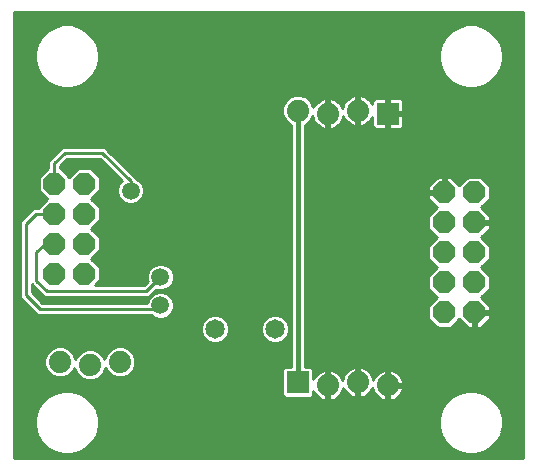
<source format=gbl>
G75*
%MOIN*%
%OFA0B0*%
%FSLAX25Y25*%
%IPPOS*%
%LPD*%
%AMOC8*
5,1,8,0,0,1.08239X$1,22.5*
%
%ADD10C,0.06500*%
%ADD11OC8,0.07400*%
%ADD12R,0.07400X0.07400*%
%ADD13C,0.07400*%
%ADD14C,0.01000*%
%ADD15C,0.05906*%
%ADD16C,0.01600*%
D10*
X0081823Y0146259D03*
X0101823Y0146259D03*
D11*
X0158217Y0151879D03*
X0158217Y0161879D03*
X0158217Y0171879D03*
X0158217Y0181879D03*
X0158217Y0191879D03*
X0168217Y0191879D03*
X0168217Y0181879D03*
X0168217Y0171879D03*
X0168217Y0161879D03*
X0168217Y0151879D03*
X0038296Y0164753D03*
X0028296Y0164753D03*
X0028296Y0174753D03*
X0028296Y0184753D03*
X0028296Y0194753D03*
X0038296Y0194753D03*
X0038296Y0184753D03*
X0038296Y0174753D03*
D12*
X0109461Y0128560D03*
X0139461Y0218103D03*
D13*
X0129461Y0219103D03*
X0119461Y0218103D03*
X0109461Y0219103D03*
X0050146Y0135371D03*
X0040146Y0134371D03*
X0030146Y0135371D03*
X0119461Y0127560D03*
X0129461Y0128560D03*
X0139461Y0127560D03*
D14*
X0014961Y0103207D02*
X0014961Y0251864D01*
X0184525Y0251864D01*
X0184525Y0103207D01*
X0014961Y0103207D01*
X0014961Y0103278D02*
X0184525Y0103278D01*
X0184525Y0104276D02*
X0014961Y0104276D01*
X0014961Y0105275D02*
X0028533Y0105275D01*
X0028416Y0105306D02*
X0031113Y0104583D01*
X0033904Y0104583D01*
X0036601Y0105306D01*
X0039019Y0106702D01*
X0040993Y0108676D01*
X0042388Y0111093D01*
X0043111Y0113790D01*
X0043111Y0116582D01*
X0042388Y0119278D01*
X0040993Y0121696D01*
X0039019Y0123670D01*
X0036601Y0125066D01*
X0033904Y0125788D01*
X0031113Y0125788D01*
X0028416Y0125066D01*
X0025999Y0123670D01*
X0024025Y0121696D01*
X0022629Y0119278D01*
X0021906Y0116582D01*
X0021906Y0113790D01*
X0022629Y0111093D01*
X0024025Y0108676D01*
X0025999Y0106702D01*
X0028416Y0105306D01*
X0026741Y0106273D02*
X0014961Y0106273D01*
X0014961Y0107272D02*
X0025429Y0107272D01*
X0024430Y0108270D02*
X0014961Y0108270D01*
X0014961Y0109269D02*
X0023682Y0109269D01*
X0023106Y0110267D02*
X0014961Y0110267D01*
X0014961Y0111266D02*
X0022583Y0111266D01*
X0022315Y0112264D02*
X0014961Y0112264D01*
X0014961Y0113263D02*
X0022048Y0113263D01*
X0021906Y0114261D02*
X0014961Y0114261D01*
X0014961Y0115260D02*
X0021906Y0115260D01*
X0021906Y0116258D02*
X0014961Y0116258D01*
X0014961Y0117257D02*
X0022087Y0117257D01*
X0022355Y0118255D02*
X0014961Y0118255D01*
X0014961Y0119254D02*
X0022622Y0119254D01*
X0023191Y0120252D02*
X0014961Y0120252D01*
X0014961Y0121251D02*
X0023768Y0121251D01*
X0024578Y0122249D02*
X0014961Y0122249D01*
X0014961Y0123248D02*
X0025577Y0123248D01*
X0026998Y0124247D02*
X0014961Y0124247D01*
X0014961Y0125245D02*
X0029086Y0125245D01*
X0029112Y0130171D02*
X0027201Y0130963D01*
X0025738Y0132425D01*
X0024946Y0134337D01*
X0024946Y0136405D01*
X0025738Y0138316D01*
X0027201Y0139779D01*
X0029112Y0140571D01*
X0031181Y0140571D01*
X0033092Y0139779D01*
X0034555Y0138316D01*
X0035346Y0136405D01*
X0035346Y0136371D01*
X0035738Y0137316D01*
X0037201Y0138779D01*
X0039112Y0139571D01*
X0041181Y0139571D01*
X0043092Y0138779D01*
X0044555Y0137316D01*
X0044946Y0136371D01*
X0044946Y0136405D01*
X0045738Y0138316D01*
X0047201Y0139779D01*
X0049112Y0140571D01*
X0051181Y0140571D01*
X0053092Y0139779D01*
X0054555Y0138316D01*
X0055346Y0136405D01*
X0055346Y0134337D01*
X0054555Y0132425D01*
X0053092Y0130963D01*
X0051181Y0130171D01*
X0049112Y0130171D01*
X0047201Y0130963D01*
X0045738Y0132425D01*
X0045346Y0133371D01*
X0045346Y0133337D01*
X0044555Y0131425D01*
X0043092Y0129963D01*
X0041181Y0129171D01*
X0039112Y0129171D01*
X0037201Y0129963D01*
X0035738Y0131425D01*
X0034946Y0133337D01*
X0034946Y0133371D01*
X0034555Y0132425D01*
X0033092Y0130963D01*
X0031181Y0130171D01*
X0029112Y0130171D01*
X0028951Y0130238D02*
X0014961Y0130238D01*
X0014961Y0131236D02*
X0026927Y0131236D01*
X0025929Y0132235D02*
X0014961Y0132235D01*
X0014961Y0133233D02*
X0025403Y0133233D01*
X0024990Y0134232D02*
X0014961Y0134232D01*
X0014961Y0135230D02*
X0024946Y0135230D01*
X0024946Y0136229D02*
X0014961Y0136229D01*
X0014961Y0137227D02*
X0025287Y0137227D01*
X0025701Y0138226D02*
X0014961Y0138226D01*
X0014961Y0139224D02*
X0026646Y0139224D01*
X0028272Y0140223D02*
X0014961Y0140223D01*
X0014961Y0141221D02*
X0107161Y0141221D01*
X0107161Y0140223D02*
X0052021Y0140223D01*
X0053647Y0139224D02*
X0107161Y0139224D01*
X0107161Y0138226D02*
X0054592Y0138226D01*
X0055006Y0137227D02*
X0107161Y0137227D01*
X0107161Y0136229D02*
X0055346Y0136229D01*
X0055346Y0135230D02*
X0107161Y0135230D01*
X0107161Y0134232D02*
X0055303Y0134232D01*
X0054889Y0133233D02*
X0104613Y0133233D01*
X0104261Y0132881D02*
X0105140Y0133760D01*
X0107161Y0133760D01*
X0107161Y0214427D01*
X0106516Y0214695D01*
X0105053Y0216158D01*
X0104261Y0218069D01*
X0104261Y0220137D01*
X0105053Y0222049D01*
X0106516Y0223511D01*
X0108427Y0224303D01*
X0110496Y0224303D01*
X0112407Y0223511D01*
X0113870Y0222049D01*
X0114661Y0220137D01*
X0114661Y0220137D01*
X0115014Y0220829D01*
X0115495Y0221491D01*
X0116074Y0222069D01*
X0116736Y0222551D01*
X0117465Y0222922D01*
X0118244Y0223175D01*
X0118961Y0223289D01*
X0118961Y0218603D01*
X0119961Y0218603D01*
X0119961Y0223289D01*
X0120679Y0223175D01*
X0121458Y0222922D01*
X0122187Y0222551D01*
X0122849Y0222069D01*
X0123428Y0221491D01*
X0123909Y0220829D01*
X0124280Y0220099D01*
X0124330Y0219946D01*
X0124389Y0220321D01*
X0124642Y0221099D01*
X0125014Y0221829D01*
X0125495Y0222491D01*
X0126074Y0223069D01*
X0126736Y0223551D01*
X0127465Y0223922D01*
X0128244Y0224175D01*
X0128961Y0224289D01*
X0128961Y0219603D01*
X0129961Y0219603D01*
X0129961Y0224289D01*
X0130679Y0224175D01*
X0131458Y0223922D01*
X0132187Y0223551D01*
X0132849Y0223069D01*
X0133428Y0222491D01*
X0133909Y0221829D01*
X0134261Y0221137D01*
X0134261Y0222001D01*
X0134364Y0222382D01*
X0134561Y0222724D01*
X0134840Y0223003D01*
X0135182Y0223201D01*
X0135564Y0223303D01*
X0138961Y0223303D01*
X0138961Y0218603D01*
X0139961Y0218603D01*
X0139961Y0223303D01*
X0143359Y0223303D01*
X0143740Y0223201D01*
X0144082Y0223003D01*
X0144362Y0222724D01*
X0144559Y0222382D01*
X0144661Y0222001D01*
X0144661Y0218603D01*
X0139961Y0218603D01*
X0139961Y0217603D01*
X0139961Y0212903D01*
X0143359Y0212903D01*
X0143740Y0213005D01*
X0144082Y0213203D01*
X0144362Y0213482D01*
X0144559Y0213824D01*
X0144661Y0214206D01*
X0144661Y0217603D01*
X0139961Y0217603D01*
X0138961Y0217603D01*
X0138961Y0212903D01*
X0135564Y0212903D01*
X0135182Y0213005D01*
X0134840Y0213203D01*
X0134561Y0213482D01*
X0134364Y0213824D01*
X0134261Y0214206D01*
X0134261Y0217070D01*
X0133909Y0216378D01*
X0133428Y0215716D01*
X0132849Y0215137D01*
X0132187Y0214656D01*
X0131458Y0214284D01*
X0130679Y0214031D01*
X0129961Y0213918D01*
X0129961Y0218603D01*
X0128961Y0218603D01*
X0128961Y0213918D01*
X0128244Y0214031D01*
X0127465Y0214284D01*
X0126736Y0214656D01*
X0126074Y0215137D01*
X0125495Y0215716D01*
X0125014Y0216378D01*
X0124642Y0217107D01*
X0124593Y0217260D01*
X0124533Y0216885D01*
X0124280Y0216107D01*
X0123909Y0215378D01*
X0123428Y0214716D01*
X0122849Y0214137D01*
X0122187Y0213656D01*
X0121458Y0213284D01*
X0120679Y0213031D01*
X0119961Y0212918D01*
X0119961Y0217603D01*
X0118961Y0217603D01*
X0118961Y0212918D01*
X0118244Y0213031D01*
X0117465Y0213284D01*
X0116736Y0213656D01*
X0116074Y0214137D01*
X0115495Y0214716D01*
X0115014Y0215378D01*
X0114642Y0216107D01*
X0114389Y0216885D01*
X0114329Y0217267D01*
X0113870Y0216158D01*
X0112407Y0214695D01*
X0111761Y0214427D01*
X0111761Y0133760D01*
X0113783Y0133760D01*
X0114661Y0132881D01*
X0114661Y0129593D01*
X0115014Y0130285D01*
X0115495Y0130947D01*
X0116074Y0131526D01*
X0116736Y0132007D01*
X0117465Y0132379D01*
X0118244Y0132632D01*
X0118961Y0132745D01*
X0118961Y0128060D01*
X0119961Y0128060D01*
X0119961Y0132745D01*
X0120679Y0132632D01*
X0121458Y0132379D01*
X0122187Y0132007D01*
X0122849Y0131526D01*
X0123428Y0130947D01*
X0123909Y0130285D01*
X0124280Y0129556D01*
X0124330Y0129403D01*
X0124389Y0129778D01*
X0124642Y0130556D01*
X0125014Y0131285D01*
X0125495Y0131947D01*
X0126074Y0132526D01*
X0126736Y0133007D01*
X0127465Y0133379D01*
X0128244Y0133632D01*
X0128961Y0133745D01*
X0128961Y0129060D01*
X0129961Y0129060D01*
X0129961Y0133745D01*
X0130679Y0133632D01*
X0131458Y0133379D01*
X0132187Y0133007D01*
X0132849Y0132526D01*
X0133428Y0131947D01*
X0133909Y0131285D01*
X0134280Y0130556D01*
X0134533Y0129778D01*
X0134593Y0129403D01*
X0134642Y0129556D01*
X0135014Y0130285D01*
X0135495Y0130947D01*
X0136074Y0131526D01*
X0136736Y0132007D01*
X0137465Y0132379D01*
X0138244Y0132632D01*
X0138961Y0132745D01*
X0138961Y0128060D01*
X0139961Y0128060D01*
X0139961Y0132745D01*
X0140679Y0132632D01*
X0141458Y0132379D01*
X0142187Y0132007D01*
X0142849Y0131526D01*
X0143428Y0130947D01*
X0143909Y0130285D01*
X0144280Y0129556D01*
X0144533Y0128778D01*
X0144647Y0128060D01*
X0139961Y0128060D01*
X0139961Y0127060D01*
X0139961Y0122374D01*
X0140679Y0122488D01*
X0141458Y0122741D01*
X0142187Y0123112D01*
X0142849Y0123594D01*
X0143428Y0124172D01*
X0143909Y0124834D01*
X0144280Y0125564D01*
X0144533Y0126342D01*
X0144647Y0127060D01*
X0139961Y0127060D01*
X0138961Y0127060D01*
X0138961Y0122374D01*
X0138244Y0122488D01*
X0137465Y0122741D01*
X0136736Y0123112D01*
X0136074Y0123594D01*
X0135495Y0124172D01*
X0135014Y0124834D01*
X0134642Y0125564D01*
X0134389Y0126342D01*
X0134330Y0126717D01*
X0134280Y0126564D01*
X0133909Y0125834D01*
X0133428Y0125172D01*
X0132849Y0124594D01*
X0132187Y0124112D01*
X0131458Y0123741D01*
X0130679Y0123488D01*
X0129961Y0123374D01*
X0129961Y0128060D01*
X0128961Y0128060D01*
X0128961Y0123374D01*
X0128244Y0123488D01*
X0127465Y0123741D01*
X0126736Y0124112D01*
X0126074Y0124594D01*
X0125495Y0125172D01*
X0125014Y0125834D01*
X0124642Y0126564D01*
X0124593Y0126717D01*
X0124533Y0126342D01*
X0124280Y0125564D01*
X0123909Y0124834D01*
X0123428Y0124172D01*
X0122849Y0123594D01*
X0122187Y0123112D01*
X0121458Y0122741D01*
X0120679Y0122488D01*
X0119961Y0122374D01*
X0119961Y0127060D01*
X0118961Y0127060D01*
X0118961Y0122374D01*
X0118244Y0122488D01*
X0117465Y0122741D01*
X0116736Y0123112D01*
X0116074Y0123594D01*
X0115495Y0124172D01*
X0115014Y0124834D01*
X0114661Y0125526D01*
X0114661Y0124239D01*
X0113783Y0123360D01*
X0105140Y0123360D01*
X0104261Y0124239D01*
X0104261Y0132881D01*
X0104261Y0132235D02*
X0054364Y0132235D01*
X0053366Y0131236D02*
X0104261Y0131236D01*
X0104261Y0130238D02*
X0051342Y0130238D01*
X0048951Y0130238D02*
X0043367Y0130238D01*
X0044366Y0131236D02*
X0046927Y0131236D01*
X0045929Y0132235D02*
X0044890Y0132235D01*
X0045304Y0133233D02*
X0045403Y0133233D01*
X0045287Y0137227D02*
X0044592Y0137227D01*
X0043646Y0138226D02*
X0045701Y0138226D01*
X0046646Y0139224D02*
X0042018Y0139224D01*
X0038275Y0139224D02*
X0033647Y0139224D01*
X0034592Y0138226D02*
X0036647Y0138226D01*
X0035701Y0137227D02*
X0035006Y0137227D01*
X0034989Y0133233D02*
X0034889Y0133233D01*
X0035403Y0132235D02*
X0034364Y0132235D01*
X0033366Y0131236D02*
X0035927Y0131236D01*
X0036926Y0130238D02*
X0031342Y0130238D01*
X0035932Y0125245D02*
X0104261Y0125245D01*
X0104261Y0124247D02*
X0038020Y0124247D01*
X0039440Y0123248D02*
X0116549Y0123248D01*
X0115441Y0124247D02*
X0114661Y0124247D01*
X0114661Y0125245D02*
X0114805Y0125245D01*
X0118961Y0125245D02*
X0119961Y0125245D01*
X0119961Y0124247D02*
X0118961Y0124247D01*
X0118961Y0123248D02*
X0119961Y0123248D01*
X0122373Y0123248D02*
X0136549Y0123248D01*
X0135441Y0124247D02*
X0132371Y0124247D01*
X0133481Y0125245D02*
X0134805Y0125245D01*
X0134421Y0126244D02*
X0134117Y0126244D01*
X0134384Y0130238D02*
X0134990Y0130238D01*
X0135784Y0131236D02*
X0133934Y0131236D01*
X0133141Y0132235D02*
X0137182Y0132235D01*
X0138961Y0132235D02*
X0139961Y0132235D01*
X0139961Y0131236D02*
X0138961Y0131236D01*
X0138961Y0130238D02*
X0139961Y0130238D01*
X0139961Y0129239D02*
X0138961Y0129239D01*
X0138961Y0128241D02*
X0139961Y0128241D01*
X0139961Y0127242D02*
X0184525Y0127242D01*
X0184525Y0126244D02*
X0144501Y0126244D01*
X0144118Y0125245D02*
X0163731Y0125245D01*
X0163062Y0125066D02*
X0165758Y0125788D01*
X0168550Y0125788D01*
X0171247Y0125066D01*
X0173664Y0123670D01*
X0175638Y0121696D01*
X0177034Y0119278D01*
X0177757Y0116582D01*
X0177757Y0113790D01*
X0177034Y0111093D01*
X0175638Y0108676D01*
X0173664Y0106702D01*
X0171247Y0105306D01*
X0168550Y0104583D01*
X0165758Y0104583D01*
X0163062Y0105306D01*
X0160644Y0106702D01*
X0158670Y0108676D01*
X0157274Y0111093D01*
X0156552Y0113790D01*
X0156552Y0116582D01*
X0157274Y0119278D01*
X0158670Y0121696D01*
X0160644Y0123670D01*
X0163062Y0125066D01*
X0161643Y0124247D02*
X0143482Y0124247D01*
X0142373Y0123248D02*
X0160223Y0123248D01*
X0159224Y0122249D02*
X0040439Y0122249D01*
X0041249Y0121251D02*
X0158413Y0121251D01*
X0157837Y0120252D02*
X0041826Y0120252D01*
X0042395Y0119254D02*
X0157268Y0119254D01*
X0157000Y0118255D02*
X0042663Y0118255D01*
X0042930Y0117257D02*
X0156733Y0117257D01*
X0156552Y0116258D02*
X0043111Y0116258D01*
X0043111Y0115260D02*
X0156552Y0115260D01*
X0156552Y0114261D02*
X0043111Y0114261D01*
X0042970Y0113263D02*
X0156693Y0113263D01*
X0156961Y0112264D02*
X0042702Y0112264D01*
X0042435Y0111266D02*
X0157228Y0111266D01*
X0157751Y0110267D02*
X0041912Y0110267D01*
X0041335Y0109269D02*
X0158328Y0109269D01*
X0159076Y0108270D02*
X0040587Y0108270D01*
X0039589Y0107272D02*
X0160074Y0107272D01*
X0161387Y0106273D02*
X0038276Y0106273D01*
X0036485Y0105275D02*
X0163178Y0105275D01*
X0171130Y0105275D02*
X0184525Y0105275D01*
X0184525Y0106273D02*
X0172922Y0106273D01*
X0174234Y0107272D02*
X0184525Y0107272D01*
X0184525Y0108270D02*
X0175233Y0108270D01*
X0175981Y0109269D02*
X0184525Y0109269D01*
X0184525Y0110267D02*
X0176557Y0110267D01*
X0177080Y0111266D02*
X0184525Y0111266D01*
X0184525Y0112264D02*
X0177348Y0112264D01*
X0177615Y0113263D02*
X0184525Y0113263D01*
X0184525Y0114261D02*
X0177757Y0114261D01*
X0177757Y0115260D02*
X0184525Y0115260D01*
X0184525Y0116258D02*
X0177757Y0116258D01*
X0177576Y0117257D02*
X0184525Y0117257D01*
X0184525Y0118255D02*
X0177308Y0118255D01*
X0177041Y0119254D02*
X0184525Y0119254D01*
X0184525Y0120252D02*
X0176472Y0120252D01*
X0175895Y0121251D02*
X0184525Y0121251D01*
X0184525Y0122249D02*
X0175085Y0122249D01*
X0174086Y0123248D02*
X0184525Y0123248D01*
X0184525Y0124247D02*
X0172665Y0124247D01*
X0170577Y0125245D02*
X0184525Y0125245D01*
X0184525Y0128241D02*
X0144618Y0128241D01*
X0144383Y0129239D02*
X0184525Y0129239D01*
X0184525Y0130238D02*
X0143933Y0130238D01*
X0143139Y0131236D02*
X0184525Y0131236D01*
X0184525Y0132235D02*
X0141741Y0132235D01*
X0139961Y0126244D02*
X0138961Y0126244D01*
X0138961Y0125245D02*
X0139961Y0125245D01*
X0139961Y0124247D02*
X0138961Y0124247D01*
X0138961Y0123248D02*
X0139961Y0123248D01*
X0129961Y0124247D02*
X0128961Y0124247D01*
X0128961Y0125245D02*
X0129961Y0125245D01*
X0129961Y0126244D02*
X0128961Y0126244D01*
X0128961Y0127242D02*
X0129961Y0127242D01*
X0129961Y0129239D02*
X0128961Y0129239D01*
X0128961Y0130238D02*
X0129961Y0130238D01*
X0129961Y0131236D02*
X0128961Y0131236D01*
X0128961Y0132235D02*
X0129961Y0132235D01*
X0129961Y0133233D02*
X0128961Y0133233D01*
X0127179Y0133233D02*
X0114309Y0133233D01*
X0114661Y0132235D02*
X0117182Y0132235D01*
X0115784Y0131236D02*
X0114661Y0131236D01*
X0114661Y0130238D02*
X0114990Y0130238D01*
X0118961Y0130238D02*
X0119961Y0130238D01*
X0119961Y0131236D02*
X0118961Y0131236D01*
X0118961Y0132235D02*
X0119961Y0132235D01*
X0121741Y0132235D02*
X0125782Y0132235D01*
X0124989Y0131236D02*
X0123139Y0131236D01*
X0123933Y0130238D02*
X0124539Y0130238D01*
X0124501Y0126244D02*
X0124806Y0126244D01*
X0125442Y0125245D02*
X0124118Y0125245D01*
X0123482Y0124247D02*
X0126551Y0124247D01*
X0119961Y0126244D02*
X0118961Y0126244D01*
X0118961Y0128241D02*
X0119961Y0128241D01*
X0119961Y0129239D02*
X0118961Y0129239D01*
X0111761Y0134232D02*
X0184525Y0134232D01*
X0184525Y0135230D02*
X0111761Y0135230D01*
X0111761Y0136229D02*
X0184525Y0136229D01*
X0184525Y0137227D02*
X0111761Y0137227D01*
X0111761Y0138226D02*
X0184525Y0138226D01*
X0184525Y0139224D02*
X0111761Y0139224D01*
X0111761Y0140223D02*
X0184525Y0140223D01*
X0184525Y0141221D02*
X0111761Y0141221D01*
X0111761Y0142220D02*
X0184525Y0142220D01*
X0184525Y0143218D02*
X0111761Y0143218D01*
X0111761Y0144217D02*
X0184525Y0144217D01*
X0184525Y0145215D02*
X0111761Y0145215D01*
X0111761Y0146214D02*
X0184525Y0146214D01*
X0184525Y0147212D02*
X0170905Y0147212D01*
X0170371Y0146679D02*
X0173417Y0149725D01*
X0173417Y0151379D01*
X0168717Y0151379D01*
X0168717Y0146679D01*
X0170371Y0146679D01*
X0168717Y0147212D02*
X0167717Y0147212D01*
X0167717Y0146679D02*
X0167717Y0151379D01*
X0168717Y0151379D01*
X0168717Y0152379D01*
X0173417Y0152379D01*
X0173417Y0154033D01*
X0170571Y0156879D01*
X0173417Y0159725D01*
X0173417Y0164033D01*
X0170571Y0166879D01*
X0173417Y0169725D01*
X0173417Y0174033D01*
X0170571Y0176879D01*
X0173417Y0179725D01*
X0173417Y0181379D01*
X0168717Y0181379D01*
X0168717Y0182379D01*
X0173417Y0182379D01*
X0173417Y0184033D01*
X0170571Y0186879D01*
X0173417Y0189725D01*
X0173417Y0194033D01*
X0170371Y0197079D01*
X0166063Y0197079D01*
X0163217Y0194233D01*
X0160371Y0197079D01*
X0158717Y0197079D01*
X0158717Y0192379D01*
X0157717Y0192379D01*
X0157717Y0191379D01*
X0153017Y0191379D01*
X0153017Y0189725D01*
X0155863Y0186879D01*
X0153017Y0184033D01*
X0153017Y0179725D01*
X0155863Y0176879D01*
X0153017Y0174033D01*
X0153017Y0169725D01*
X0155863Y0166879D01*
X0153017Y0164033D01*
X0153017Y0159725D01*
X0155863Y0156879D01*
X0153017Y0154033D01*
X0153017Y0149725D01*
X0156063Y0146679D01*
X0160371Y0146679D01*
X0163217Y0149525D01*
X0166063Y0146679D01*
X0167717Y0146679D01*
X0167717Y0148211D02*
X0168717Y0148211D01*
X0168717Y0149209D02*
X0167717Y0149209D01*
X0167717Y0150208D02*
X0168717Y0150208D01*
X0168717Y0151206D02*
X0167717Y0151206D01*
X0168717Y0152205D02*
X0184525Y0152205D01*
X0184525Y0153203D02*
X0173417Y0153203D01*
X0173248Y0154202D02*
X0184525Y0154202D01*
X0184525Y0155200D02*
X0172250Y0155200D01*
X0171251Y0156199D02*
X0184525Y0156199D01*
X0184525Y0157197D02*
X0170890Y0157197D01*
X0171888Y0158196D02*
X0184525Y0158196D01*
X0184525Y0159194D02*
X0172887Y0159194D01*
X0173417Y0160193D02*
X0184525Y0160193D01*
X0184525Y0161191D02*
X0173417Y0161191D01*
X0173417Y0162190D02*
X0184525Y0162190D01*
X0184525Y0163188D02*
X0173417Y0163188D01*
X0173263Y0164187D02*
X0184525Y0164187D01*
X0184525Y0165185D02*
X0172264Y0165185D01*
X0171266Y0166184D02*
X0184525Y0166184D01*
X0184525Y0167182D02*
X0170875Y0167182D01*
X0171873Y0168181D02*
X0184525Y0168181D01*
X0184525Y0169180D02*
X0172872Y0169180D01*
X0173417Y0170178D02*
X0184525Y0170178D01*
X0184525Y0171177D02*
X0173417Y0171177D01*
X0173417Y0172175D02*
X0184525Y0172175D01*
X0184525Y0173174D02*
X0173417Y0173174D01*
X0173278Y0174172D02*
X0184525Y0174172D01*
X0184525Y0175171D02*
X0172279Y0175171D01*
X0171281Y0176169D02*
X0184525Y0176169D01*
X0184525Y0177168D02*
X0170860Y0177168D01*
X0171859Y0178166D02*
X0184525Y0178166D01*
X0184525Y0179165D02*
X0172857Y0179165D01*
X0173417Y0180163D02*
X0184525Y0180163D01*
X0184525Y0181162D02*
X0173417Y0181162D01*
X0173417Y0183159D02*
X0184525Y0183159D01*
X0184525Y0184157D02*
X0173293Y0184157D01*
X0172294Y0185156D02*
X0184525Y0185156D01*
X0184525Y0186154D02*
X0171296Y0186154D01*
X0170845Y0187153D02*
X0184525Y0187153D01*
X0184525Y0188151D02*
X0171844Y0188151D01*
X0172842Y0189150D02*
X0184525Y0189150D01*
X0184525Y0190148D02*
X0173417Y0190148D01*
X0173417Y0191147D02*
X0184525Y0191147D01*
X0184525Y0192145D02*
X0173417Y0192145D01*
X0173417Y0193144D02*
X0184525Y0193144D01*
X0184525Y0194142D02*
X0173308Y0194142D01*
X0172309Y0195141D02*
X0184525Y0195141D01*
X0184525Y0196139D02*
X0171311Y0196139D01*
X0165124Y0196139D02*
X0161311Y0196139D01*
X0162309Y0195141D02*
X0164126Y0195141D01*
X0158717Y0195141D02*
X0157717Y0195141D01*
X0157717Y0196139D02*
X0158717Y0196139D01*
X0157717Y0197079D02*
X0157717Y0192379D01*
X0153017Y0192379D01*
X0153017Y0194033D01*
X0156063Y0197079D01*
X0157717Y0197079D01*
X0155124Y0196139D02*
X0111761Y0196139D01*
X0111761Y0195141D02*
X0154125Y0195141D01*
X0153127Y0194142D02*
X0111761Y0194142D01*
X0111761Y0193144D02*
X0153017Y0193144D01*
X0153017Y0191147D02*
X0111761Y0191147D01*
X0111761Y0192145D02*
X0157717Y0192145D01*
X0157717Y0193144D02*
X0158717Y0193144D01*
X0158717Y0194142D02*
X0157717Y0194142D01*
X0153017Y0190148D02*
X0111761Y0190148D01*
X0111761Y0189150D02*
X0153592Y0189150D01*
X0154591Y0188151D02*
X0111761Y0188151D01*
X0111761Y0187153D02*
X0155589Y0187153D01*
X0155139Y0186154D02*
X0111761Y0186154D01*
X0111761Y0185156D02*
X0154140Y0185156D01*
X0153142Y0184157D02*
X0111761Y0184157D01*
X0111761Y0183159D02*
X0153017Y0183159D01*
X0153017Y0182160D02*
X0111761Y0182160D01*
X0111761Y0181162D02*
X0153017Y0181162D01*
X0153017Y0180163D02*
X0111761Y0180163D01*
X0111761Y0179165D02*
X0153578Y0179165D01*
X0154576Y0178166D02*
X0111761Y0178166D01*
X0111761Y0177168D02*
X0155575Y0177168D01*
X0155154Y0176169D02*
X0111761Y0176169D01*
X0111761Y0175171D02*
X0154155Y0175171D01*
X0153157Y0174172D02*
X0111761Y0174172D01*
X0111761Y0173174D02*
X0153017Y0173174D01*
X0153017Y0172175D02*
X0111761Y0172175D01*
X0111761Y0171177D02*
X0153017Y0171177D01*
X0153017Y0170178D02*
X0111761Y0170178D01*
X0111761Y0169180D02*
X0153563Y0169180D01*
X0154561Y0168181D02*
X0111761Y0168181D01*
X0111761Y0167182D02*
X0155560Y0167182D01*
X0155169Y0166184D02*
X0111761Y0166184D01*
X0111761Y0165185D02*
X0154170Y0165185D01*
X0153172Y0164187D02*
X0111761Y0164187D01*
X0111761Y0163188D02*
X0153017Y0163188D01*
X0153017Y0162190D02*
X0111761Y0162190D01*
X0111761Y0161191D02*
X0153017Y0161191D01*
X0153017Y0160193D02*
X0111761Y0160193D01*
X0111761Y0159194D02*
X0153548Y0159194D01*
X0154546Y0158196D02*
X0111761Y0158196D01*
X0111761Y0157197D02*
X0155545Y0157197D01*
X0155184Y0156199D02*
X0111761Y0156199D01*
X0111761Y0155200D02*
X0154185Y0155200D01*
X0153187Y0154202D02*
X0111761Y0154202D01*
X0111761Y0153203D02*
X0153017Y0153203D01*
X0153017Y0152205D02*
X0111761Y0152205D01*
X0111761Y0151206D02*
X0153017Y0151206D01*
X0153017Y0150208D02*
X0111761Y0150208D01*
X0111761Y0149209D02*
X0153533Y0149209D01*
X0154531Y0148211D02*
X0111761Y0148211D01*
X0111761Y0147212D02*
X0155530Y0147212D01*
X0160905Y0147212D02*
X0165530Y0147212D01*
X0164531Y0148211D02*
X0161903Y0148211D01*
X0162902Y0149209D02*
X0163533Y0149209D01*
X0171903Y0148211D02*
X0184525Y0148211D01*
X0184525Y0149209D02*
X0172902Y0149209D01*
X0173417Y0150208D02*
X0184525Y0150208D01*
X0184525Y0151206D02*
X0173417Y0151206D01*
X0184525Y0133233D02*
X0131744Y0133233D01*
X0107161Y0142220D02*
X0104482Y0142220D01*
X0104513Y0142233D02*
X0105850Y0143569D01*
X0106573Y0145315D01*
X0106573Y0147204D01*
X0105850Y0148950D01*
X0104513Y0150286D01*
X0102768Y0151009D01*
X0100878Y0151009D01*
X0099132Y0150286D01*
X0097796Y0148950D01*
X0097073Y0147204D01*
X0097073Y0145315D01*
X0097796Y0143569D01*
X0099132Y0142233D01*
X0100878Y0141509D01*
X0102768Y0141509D01*
X0104513Y0142233D01*
X0105499Y0143218D02*
X0107161Y0143218D01*
X0107161Y0144217D02*
X0106118Y0144217D01*
X0106532Y0145215D02*
X0107161Y0145215D01*
X0107161Y0146214D02*
X0106573Y0146214D01*
X0106570Y0147212D02*
X0107161Y0147212D01*
X0107161Y0148211D02*
X0106156Y0148211D01*
X0105590Y0149209D02*
X0107161Y0149209D01*
X0107161Y0150208D02*
X0104592Y0150208D01*
X0107161Y0151206D02*
X0066952Y0151206D01*
X0067386Y0151640D02*
X0068064Y0153276D01*
X0068064Y0155048D01*
X0067386Y0156684D01*
X0066133Y0157937D01*
X0064497Y0158615D01*
X0062725Y0158615D01*
X0061089Y0157937D01*
X0059836Y0156684D01*
X0059158Y0155048D01*
X0059158Y0154981D01*
X0024282Y0154981D01*
X0020729Y0158534D01*
X0020729Y0161145D01*
X0021444Y0160430D01*
X0024987Y0156887D01*
X0059715Y0156887D01*
X0060887Y0158058D01*
X0062203Y0159375D01*
X0062725Y0159158D01*
X0064497Y0159158D01*
X0066133Y0159836D01*
X0067386Y0161089D01*
X0068064Y0162725D01*
X0068064Y0164497D01*
X0067386Y0166133D01*
X0066133Y0167386D01*
X0064497Y0168064D01*
X0062725Y0168064D01*
X0061089Y0167386D01*
X0059836Y0166133D01*
X0059158Y0164497D01*
X0059158Y0162725D01*
X0059375Y0162203D01*
X0058058Y0160887D01*
X0041784Y0160887D01*
X0043496Y0162599D01*
X0043496Y0166907D01*
X0040650Y0169753D01*
X0043496Y0172599D01*
X0043496Y0176907D01*
X0040650Y0179753D01*
X0043496Y0182599D01*
X0043496Y0186907D01*
X0040650Y0189753D01*
X0043496Y0192599D01*
X0043496Y0196907D01*
X0040450Y0199953D01*
X0036142Y0199953D01*
X0033296Y0197107D01*
X0030450Y0199953D01*
X0030296Y0199953D01*
X0030296Y0200696D01*
X0032550Y0202950D01*
X0043491Y0202950D01*
X0050781Y0195660D01*
X0049994Y0194873D01*
X0049316Y0193237D01*
X0049316Y0191465D01*
X0049994Y0189829D01*
X0051246Y0188576D01*
X0052883Y0187898D01*
X0054654Y0187898D01*
X0056291Y0188576D01*
X0057543Y0189829D01*
X0058221Y0191465D01*
X0058221Y0193237D01*
X0057543Y0194873D01*
X0056291Y0196126D01*
X0055746Y0196352D01*
X0046320Y0205778D01*
X0045148Y0206950D01*
X0030893Y0206950D01*
X0027468Y0203524D01*
X0026296Y0202353D01*
X0026296Y0199953D01*
X0026142Y0199953D01*
X0023096Y0196907D01*
X0023096Y0192599D01*
X0025942Y0189753D01*
X0023096Y0186907D01*
X0023096Y0186753D01*
X0021326Y0186753D01*
X0020154Y0185581D01*
X0016729Y0182156D01*
X0016729Y0156877D01*
X0017901Y0155706D01*
X0022625Y0150981D01*
X0060495Y0150981D01*
X0061089Y0150387D01*
X0062725Y0149709D01*
X0064497Y0149709D01*
X0066133Y0150387D01*
X0067386Y0151640D01*
X0067620Y0152205D02*
X0107161Y0152205D01*
X0107161Y0153203D02*
X0068033Y0153203D01*
X0068064Y0154202D02*
X0107161Y0154202D01*
X0107161Y0155200D02*
X0068001Y0155200D01*
X0067587Y0156199D02*
X0107161Y0156199D01*
X0107161Y0157197D02*
X0066873Y0157197D01*
X0065508Y0158196D02*
X0107161Y0158196D01*
X0107161Y0159194D02*
X0064584Y0159194D01*
X0062638Y0159194D02*
X0062023Y0159194D01*
X0061714Y0158196D02*
X0061024Y0158196D01*
X0060349Y0157197D02*
X0060026Y0157197D01*
X0059635Y0156199D02*
X0023064Y0156199D01*
X0022066Y0157197D02*
X0024677Y0157197D01*
X0023678Y0158196D02*
X0021067Y0158196D01*
X0020729Y0159194D02*
X0022680Y0159194D01*
X0021681Y0160193D02*
X0020729Y0160193D01*
X0022272Y0162430D02*
X0022272Y0171879D01*
X0025146Y0174753D01*
X0028296Y0174753D01*
X0028296Y0184753D02*
X0022154Y0184753D01*
X0018729Y0181328D01*
X0018729Y0157706D01*
X0023454Y0152981D01*
X0062430Y0152981D01*
X0063611Y0154162D01*
X0061522Y0150208D02*
X0014961Y0150208D01*
X0014961Y0151206D02*
X0022400Y0151206D01*
X0021401Y0152205D02*
X0014961Y0152205D01*
X0014961Y0153203D02*
X0020403Y0153203D01*
X0019404Y0154202D02*
X0014961Y0154202D01*
X0014961Y0155200D02*
X0018406Y0155200D01*
X0017407Y0156199D02*
X0014961Y0156199D01*
X0014961Y0157197D02*
X0016729Y0157197D01*
X0016729Y0158196D02*
X0014961Y0158196D01*
X0014961Y0159194D02*
X0016729Y0159194D01*
X0016729Y0160193D02*
X0014961Y0160193D01*
X0014961Y0161191D02*
X0016729Y0161191D01*
X0016729Y0162190D02*
X0014961Y0162190D01*
X0014961Y0163188D02*
X0016729Y0163188D01*
X0016729Y0164187D02*
X0014961Y0164187D01*
X0014961Y0165185D02*
X0016729Y0165185D01*
X0016729Y0166184D02*
X0014961Y0166184D01*
X0014961Y0167182D02*
X0016729Y0167182D01*
X0016729Y0168181D02*
X0014961Y0168181D01*
X0014961Y0169180D02*
X0016729Y0169180D01*
X0016729Y0170178D02*
X0014961Y0170178D01*
X0014961Y0171177D02*
X0016729Y0171177D01*
X0016729Y0172175D02*
X0014961Y0172175D01*
X0014961Y0173174D02*
X0016729Y0173174D01*
X0016729Y0174172D02*
X0014961Y0174172D01*
X0014961Y0175171D02*
X0016729Y0175171D01*
X0016729Y0176169D02*
X0014961Y0176169D01*
X0014961Y0177168D02*
X0016729Y0177168D01*
X0016729Y0178166D02*
X0014961Y0178166D01*
X0014961Y0179165D02*
X0016729Y0179165D01*
X0016729Y0180163D02*
X0014961Y0180163D01*
X0014961Y0181162D02*
X0016729Y0181162D01*
X0016733Y0182160D02*
X0014961Y0182160D01*
X0014961Y0183159D02*
X0017732Y0183159D01*
X0018730Y0184157D02*
X0014961Y0184157D01*
X0014961Y0185156D02*
X0019729Y0185156D01*
X0020727Y0186154D02*
X0014961Y0186154D01*
X0014961Y0187153D02*
X0023342Y0187153D01*
X0024341Y0188151D02*
X0014961Y0188151D01*
X0014961Y0189150D02*
X0025339Y0189150D01*
X0025547Y0190148D02*
X0014961Y0190148D01*
X0014961Y0191147D02*
X0024548Y0191147D01*
X0023550Y0192145D02*
X0014961Y0192145D01*
X0014961Y0193144D02*
X0023096Y0193144D01*
X0023096Y0194142D02*
X0014961Y0194142D01*
X0014961Y0195141D02*
X0023096Y0195141D01*
X0023096Y0196139D02*
X0014961Y0196139D01*
X0014961Y0197138D02*
X0023327Y0197138D01*
X0024326Y0198136D02*
X0014961Y0198136D01*
X0014961Y0199135D02*
X0025324Y0199135D01*
X0026296Y0200133D02*
X0014961Y0200133D01*
X0014961Y0201132D02*
X0026296Y0201132D01*
X0026296Y0202130D02*
X0014961Y0202130D01*
X0014961Y0203129D02*
X0027072Y0203129D01*
X0028071Y0204127D02*
X0014961Y0204127D01*
X0014961Y0205126D02*
X0029069Y0205126D01*
X0030068Y0206124D02*
X0014961Y0206124D01*
X0014961Y0207123D02*
X0107161Y0207123D01*
X0107161Y0208121D02*
X0014961Y0208121D01*
X0014961Y0209120D02*
X0107161Y0209120D01*
X0107161Y0210118D02*
X0014961Y0210118D01*
X0014961Y0211117D02*
X0107161Y0211117D01*
X0107161Y0212116D02*
X0014961Y0212116D01*
X0014961Y0213114D02*
X0107161Y0213114D01*
X0107161Y0214113D02*
X0014961Y0214113D01*
X0014961Y0215111D02*
X0106100Y0215111D01*
X0105101Y0216110D02*
X0014961Y0216110D01*
X0014961Y0217108D02*
X0104659Y0217108D01*
X0104261Y0218107D02*
X0014961Y0218107D01*
X0014961Y0219105D02*
X0104261Y0219105D01*
X0104261Y0220104D02*
X0014961Y0220104D01*
X0014961Y0221102D02*
X0104661Y0221102D01*
X0105105Y0222101D02*
X0014961Y0222101D01*
X0014961Y0223099D02*
X0106103Y0223099D01*
X0107931Y0224098D02*
X0014961Y0224098D01*
X0014961Y0225096D02*
X0184525Y0225096D01*
X0184525Y0224098D02*
X0130917Y0224098D01*
X0129961Y0224098D02*
X0128961Y0224098D01*
X0128005Y0224098D02*
X0110992Y0224098D01*
X0112819Y0223099D02*
X0118010Y0223099D01*
X0118961Y0223099D02*
X0119961Y0223099D01*
X0120913Y0223099D02*
X0126115Y0223099D01*
X0125212Y0222101D02*
X0122806Y0222101D01*
X0123710Y0221102D02*
X0124644Y0221102D01*
X0124355Y0220104D02*
X0124278Y0220104D01*
X0124569Y0217108D02*
X0124642Y0217108D01*
X0124281Y0216110D02*
X0125209Y0216110D01*
X0126109Y0215111D02*
X0123715Y0215111D01*
X0122816Y0214113D02*
X0127993Y0214113D01*
X0128961Y0214113D02*
X0129961Y0214113D01*
X0130929Y0214113D02*
X0134286Y0214113D01*
X0134261Y0215111D02*
X0132813Y0215111D01*
X0133714Y0216110D02*
X0134261Y0216110D01*
X0134994Y0213114D02*
X0120934Y0213114D01*
X0119961Y0213114D02*
X0118961Y0213114D01*
X0117989Y0213114D02*
X0111761Y0213114D01*
X0111761Y0212116D02*
X0184525Y0212116D01*
X0184525Y0213114D02*
X0143929Y0213114D01*
X0144636Y0214113D02*
X0184525Y0214113D01*
X0184525Y0215111D02*
X0144661Y0215111D01*
X0144661Y0216110D02*
X0184525Y0216110D01*
X0184525Y0217108D02*
X0144661Y0217108D01*
X0144661Y0219105D02*
X0184525Y0219105D01*
X0184525Y0218107D02*
X0139961Y0218107D01*
X0139961Y0219105D02*
X0138961Y0219105D01*
X0138961Y0220104D02*
X0139961Y0220104D01*
X0139961Y0221102D02*
X0138961Y0221102D01*
X0138961Y0222101D02*
X0139961Y0222101D01*
X0139961Y0223099D02*
X0138961Y0223099D01*
X0135006Y0223099D02*
X0132808Y0223099D01*
X0133711Y0222101D02*
X0134288Y0222101D01*
X0129961Y0222101D02*
X0128961Y0222101D01*
X0128961Y0223099D02*
X0129961Y0223099D01*
X0129961Y0221102D02*
X0128961Y0221102D01*
X0128961Y0220104D02*
X0129961Y0220104D01*
X0129961Y0218107D02*
X0128961Y0218107D01*
X0128961Y0217108D02*
X0129961Y0217108D01*
X0129961Y0216110D02*
X0128961Y0216110D01*
X0128961Y0215111D02*
X0129961Y0215111D01*
X0138961Y0215111D02*
X0139961Y0215111D01*
X0139961Y0214113D02*
X0138961Y0214113D01*
X0138961Y0213114D02*
X0139961Y0213114D01*
X0139961Y0216110D02*
X0138961Y0216110D01*
X0138961Y0217108D02*
X0139961Y0217108D01*
X0144661Y0220104D02*
X0184525Y0220104D01*
X0184525Y0221102D02*
X0144661Y0221102D01*
X0144635Y0222101D02*
X0184525Y0222101D01*
X0184525Y0223099D02*
X0143917Y0223099D01*
X0158460Y0231087D02*
X0041203Y0231087D01*
X0040993Y0230723D02*
X0042388Y0233141D01*
X0043111Y0235837D01*
X0043111Y0238629D01*
X0042388Y0241325D01*
X0040993Y0243743D01*
X0039019Y0245717D01*
X0036601Y0247113D01*
X0033904Y0247835D01*
X0031113Y0247835D01*
X0028416Y0247113D01*
X0025999Y0245717D01*
X0024025Y0243743D01*
X0022629Y0241325D01*
X0021906Y0238629D01*
X0021906Y0235837D01*
X0022629Y0233141D01*
X0024025Y0230723D01*
X0025999Y0228749D01*
X0028416Y0227353D01*
X0031113Y0226631D01*
X0033904Y0226631D01*
X0036601Y0227353D01*
X0039019Y0228749D01*
X0040993Y0230723D01*
X0040358Y0230089D02*
X0159305Y0230089D01*
X0158670Y0230723D02*
X0160644Y0228749D01*
X0163062Y0227353D01*
X0165758Y0226631D01*
X0168550Y0226631D01*
X0171247Y0227353D01*
X0173664Y0228749D01*
X0175638Y0230723D01*
X0177034Y0233141D01*
X0177757Y0235837D01*
X0177757Y0238629D01*
X0177034Y0241325D01*
X0175638Y0243743D01*
X0173664Y0245717D01*
X0171247Y0247113D01*
X0168550Y0247835D01*
X0165758Y0247835D01*
X0163062Y0247113D01*
X0160644Y0245717D01*
X0158670Y0243743D01*
X0157274Y0241325D01*
X0156552Y0238629D01*
X0156552Y0235837D01*
X0157274Y0233141D01*
X0158670Y0230723D01*
X0157884Y0232086D02*
X0041779Y0232086D01*
X0042356Y0233084D02*
X0157307Y0233084D01*
X0157022Y0234083D02*
X0042641Y0234083D01*
X0042908Y0235081D02*
X0156755Y0235081D01*
X0156552Y0236080D02*
X0043111Y0236080D01*
X0043111Y0237078D02*
X0156552Y0237078D01*
X0156552Y0238077D02*
X0043111Y0238077D01*
X0042991Y0239075D02*
X0156672Y0239075D01*
X0156939Y0240074D02*
X0042724Y0240074D01*
X0042456Y0241072D02*
X0157207Y0241072D01*
X0157705Y0242071D02*
X0041958Y0242071D01*
X0041382Y0243069D02*
X0158281Y0243069D01*
X0158995Y0244068D02*
X0040668Y0244068D01*
X0039669Y0245066D02*
X0159994Y0245066D01*
X0161247Y0246065D02*
X0038416Y0246065D01*
X0036687Y0247063D02*
X0162976Y0247063D01*
X0171332Y0247063D02*
X0184525Y0247063D01*
X0184525Y0246065D02*
X0173062Y0246065D01*
X0174315Y0245066D02*
X0184525Y0245066D01*
X0184525Y0244068D02*
X0175314Y0244068D01*
X0176027Y0243069D02*
X0184525Y0243069D01*
X0184525Y0242071D02*
X0176604Y0242071D01*
X0177102Y0241072D02*
X0184525Y0241072D01*
X0184525Y0240074D02*
X0177370Y0240074D01*
X0177637Y0239075D02*
X0184525Y0239075D01*
X0184525Y0238077D02*
X0177757Y0238077D01*
X0177757Y0237078D02*
X0184525Y0237078D01*
X0184525Y0236080D02*
X0177757Y0236080D01*
X0177554Y0235081D02*
X0184525Y0235081D01*
X0184525Y0234083D02*
X0177287Y0234083D01*
X0177002Y0233084D02*
X0184525Y0233084D01*
X0184525Y0232086D02*
X0176425Y0232086D01*
X0175849Y0231087D02*
X0184525Y0231087D01*
X0184525Y0230089D02*
X0175004Y0230089D01*
X0174005Y0229090D02*
X0184525Y0229090D01*
X0184525Y0228092D02*
X0172526Y0228092D01*
X0170276Y0227093D02*
X0184525Y0227093D01*
X0184525Y0226095D02*
X0014961Y0226095D01*
X0014961Y0227093D02*
X0029387Y0227093D01*
X0027137Y0228092D02*
X0014961Y0228092D01*
X0014961Y0229090D02*
X0025658Y0229090D01*
X0024659Y0230089D02*
X0014961Y0230089D01*
X0014961Y0231087D02*
X0023814Y0231087D01*
X0023238Y0232086D02*
X0014961Y0232086D01*
X0014961Y0233084D02*
X0022661Y0233084D01*
X0022376Y0234083D02*
X0014961Y0234083D01*
X0014961Y0235081D02*
X0022109Y0235081D01*
X0021906Y0236080D02*
X0014961Y0236080D01*
X0014961Y0237078D02*
X0021906Y0237078D01*
X0021906Y0238077D02*
X0014961Y0238077D01*
X0014961Y0239075D02*
X0022026Y0239075D01*
X0022293Y0240074D02*
X0014961Y0240074D01*
X0014961Y0241072D02*
X0022561Y0241072D01*
X0023059Y0242071D02*
X0014961Y0242071D01*
X0014961Y0243069D02*
X0023636Y0243069D01*
X0024349Y0244068D02*
X0014961Y0244068D01*
X0014961Y0245066D02*
X0025348Y0245066D01*
X0026601Y0246065D02*
X0014961Y0246065D01*
X0014961Y0247063D02*
X0028331Y0247063D01*
X0014961Y0248062D02*
X0184525Y0248062D01*
X0184525Y0249060D02*
X0014961Y0249060D01*
X0014961Y0250059D02*
X0184525Y0250059D01*
X0184525Y0251057D02*
X0014961Y0251057D01*
X0037880Y0228092D02*
X0161783Y0228092D01*
X0160303Y0229090D02*
X0039360Y0229090D01*
X0035630Y0227093D02*
X0164033Y0227093D01*
X0184525Y0211117D02*
X0111761Y0211117D01*
X0111761Y0210118D02*
X0184525Y0210118D01*
X0184525Y0209120D02*
X0111761Y0209120D01*
X0111761Y0208121D02*
X0184525Y0208121D01*
X0184525Y0207123D02*
X0111761Y0207123D01*
X0111761Y0206124D02*
X0184525Y0206124D01*
X0184525Y0205126D02*
X0111761Y0205126D01*
X0111761Y0204127D02*
X0184525Y0204127D01*
X0184525Y0203129D02*
X0111761Y0203129D01*
X0111761Y0202130D02*
X0184525Y0202130D01*
X0184525Y0201132D02*
X0111761Y0201132D01*
X0111761Y0200133D02*
X0184525Y0200133D01*
X0184525Y0199135D02*
X0111761Y0199135D01*
X0111761Y0198136D02*
X0184525Y0198136D01*
X0184525Y0197138D02*
X0111761Y0197138D01*
X0107161Y0197138D02*
X0054960Y0197138D01*
X0053961Y0198136D02*
X0107161Y0198136D01*
X0107161Y0199135D02*
X0052963Y0199135D01*
X0051964Y0200133D02*
X0107161Y0200133D01*
X0107161Y0201132D02*
X0050966Y0201132D01*
X0049967Y0202130D02*
X0107161Y0202130D01*
X0107161Y0203129D02*
X0048969Y0203129D01*
X0047970Y0204127D02*
X0107161Y0204127D01*
X0107161Y0205126D02*
X0046972Y0205126D01*
X0045973Y0206124D02*
X0107161Y0206124D01*
X0111761Y0214113D02*
X0116107Y0214113D01*
X0115208Y0215111D02*
X0112823Y0215111D01*
X0113822Y0216110D02*
X0114642Y0216110D01*
X0114354Y0217108D02*
X0114263Y0217108D01*
X0114262Y0221102D02*
X0115213Y0221102D01*
X0116117Y0222101D02*
X0113818Y0222101D01*
X0118961Y0222101D02*
X0119961Y0222101D01*
X0119961Y0221102D02*
X0118961Y0221102D01*
X0118961Y0220104D02*
X0119961Y0220104D01*
X0119961Y0219105D02*
X0118961Y0219105D01*
X0118961Y0217108D02*
X0119961Y0217108D01*
X0119961Y0216110D02*
X0118961Y0216110D01*
X0118961Y0215111D02*
X0119961Y0215111D01*
X0119961Y0214113D02*
X0118961Y0214113D01*
X0107161Y0196139D02*
X0056259Y0196139D01*
X0057276Y0195141D02*
X0107161Y0195141D01*
X0107161Y0194142D02*
X0057846Y0194142D01*
X0058221Y0193144D02*
X0107161Y0193144D01*
X0107161Y0192145D02*
X0058221Y0192145D01*
X0058089Y0191147D02*
X0107161Y0191147D01*
X0107161Y0190148D02*
X0057676Y0190148D01*
X0056864Y0189150D02*
X0107161Y0189150D01*
X0107161Y0188151D02*
X0055265Y0188151D01*
X0052272Y0188151D02*
X0042251Y0188151D01*
X0041253Y0189150D02*
X0050673Y0189150D01*
X0049861Y0190148D02*
X0041045Y0190148D01*
X0042044Y0191147D02*
X0049448Y0191147D01*
X0049316Y0192145D02*
X0043042Y0192145D01*
X0043496Y0193144D02*
X0049316Y0193144D01*
X0049691Y0194142D02*
X0043496Y0194142D01*
X0043496Y0195141D02*
X0050261Y0195141D01*
X0050302Y0196139D02*
X0043496Y0196139D01*
X0043265Y0197138D02*
X0049303Y0197138D01*
X0048305Y0198136D02*
X0042266Y0198136D01*
X0041268Y0199135D02*
X0047306Y0199135D01*
X0046307Y0200133D02*
X0030296Y0200133D01*
X0030732Y0201132D02*
X0045309Y0201132D01*
X0044310Y0202130D02*
X0031730Y0202130D01*
X0031721Y0204950D02*
X0028296Y0201524D01*
X0028296Y0194753D01*
X0032266Y0198136D02*
X0034326Y0198136D01*
X0033327Y0197138D02*
X0033265Y0197138D01*
X0031268Y0199135D02*
X0035324Y0199135D01*
X0031721Y0204950D02*
X0044320Y0204950D01*
X0053769Y0195501D01*
X0053769Y0192351D01*
X0043250Y0187153D02*
X0107161Y0187153D01*
X0107161Y0186154D02*
X0043496Y0186154D01*
X0043496Y0185156D02*
X0107161Y0185156D01*
X0107161Y0184157D02*
X0043496Y0184157D01*
X0043496Y0183159D02*
X0107161Y0183159D01*
X0107161Y0182160D02*
X0043057Y0182160D01*
X0042059Y0181162D02*
X0107161Y0181162D01*
X0107161Y0180163D02*
X0041060Y0180163D01*
X0041238Y0179165D02*
X0107161Y0179165D01*
X0107161Y0178166D02*
X0042237Y0178166D01*
X0043235Y0177168D02*
X0107161Y0177168D01*
X0107161Y0176169D02*
X0043496Y0176169D01*
X0043496Y0175171D02*
X0107161Y0175171D01*
X0107161Y0174172D02*
X0043496Y0174172D01*
X0043496Y0173174D02*
X0107161Y0173174D01*
X0107161Y0172175D02*
X0043072Y0172175D01*
X0042074Y0171177D02*
X0107161Y0171177D01*
X0107161Y0170178D02*
X0041075Y0170178D01*
X0041223Y0169180D02*
X0107161Y0169180D01*
X0107161Y0168181D02*
X0042222Y0168181D01*
X0043220Y0167182D02*
X0060885Y0167182D01*
X0059887Y0166184D02*
X0043496Y0166184D01*
X0043496Y0165185D02*
X0059444Y0165185D01*
X0059158Y0164187D02*
X0043496Y0164187D01*
X0043496Y0163188D02*
X0059158Y0163188D01*
X0059362Y0162190D02*
X0043087Y0162190D01*
X0042089Y0161191D02*
X0058363Y0161191D01*
X0058887Y0158887D02*
X0025816Y0158887D01*
X0022272Y0162430D01*
X0024063Y0155200D02*
X0059221Y0155200D01*
X0058887Y0158887D02*
X0063611Y0163611D01*
X0067778Y0165185D02*
X0107161Y0165185D01*
X0107161Y0164187D02*
X0068064Y0164187D01*
X0068064Y0163188D02*
X0107161Y0163188D01*
X0107161Y0162190D02*
X0067842Y0162190D01*
X0067428Y0161191D02*
X0107161Y0161191D01*
X0107161Y0160193D02*
X0066490Y0160193D01*
X0067335Y0166184D02*
X0107161Y0166184D01*
X0107161Y0167182D02*
X0066337Y0167182D01*
X0065700Y0150208D02*
X0079054Y0150208D01*
X0079132Y0150286D02*
X0077796Y0148950D01*
X0077073Y0147204D01*
X0077073Y0145315D01*
X0077796Y0143569D01*
X0079132Y0142233D01*
X0080878Y0141509D01*
X0082768Y0141509D01*
X0084513Y0142233D01*
X0085850Y0143569D01*
X0086573Y0145315D01*
X0086573Y0147204D01*
X0085850Y0148950D01*
X0084513Y0150286D01*
X0082768Y0151009D01*
X0080878Y0151009D01*
X0079132Y0150286D01*
X0078055Y0149209D02*
X0014961Y0149209D01*
X0014961Y0148211D02*
X0077490Y0148211D01*
X0077076Y0147212D02*
X0014961Y0147212D01*
X0014961Y0146214D02*
X0077073Y0146214D01*
X0077114Y0145215D02*
X0014961Y0145215D01*
X0014961Y0144217D02*
X0077528Y0144217D01*
X0078147Y0143218D02*
X0014961Y0143218D01*
X0014961Y0142220D02*
X0079163Y0142220D01*
X0084482Y0142220D02*
X0099163Y0142220D01*
X0098147Y0143218D02*
X0085499Y0143218D01*
X0086118Y0144217D02*
X0097528Y0144217D01*
X0097114Y0145215D02*
X0086532Y0145215D01*
X0086573Y0146214D02*
X0097073Y0146214D01*
X0097076Y0147212D02*
X0086570Y0147212D01*
X0086156Y0148211D02*
X0097490Y0148211D01*
X0098055Y0149209D02*
X0085590Y0149209D01*
X0084592Y0150208D02*
X0099054Y0150208D01*
X0104261Y0129239D02*
X0041345Y0129239D01*
X0038947Y0129239D02*
X0014961Y0129239D01*
X0014961Y0128241D02*
X0104261Y0128241D01*
X0104261Y0127242D02*
X0014961Y0127242D01*
X0014961Y0126244D02*
X0104261Y0126244D01*
X0048272Y0140223D02*
X0032021Y0140223D01*
X0168717Y0182160D02*
X0184525Y0182160D01*
D15*
X0063611Y0163611D03*
X0063611Y0154162D03*
X0053769Y0192351D03*
D16*
X0109461Y0219103D02*
X0109461Y0128560D01*
X0109461Y0219103D02*
X0111194Y0219103D01*
M02*

</source>
